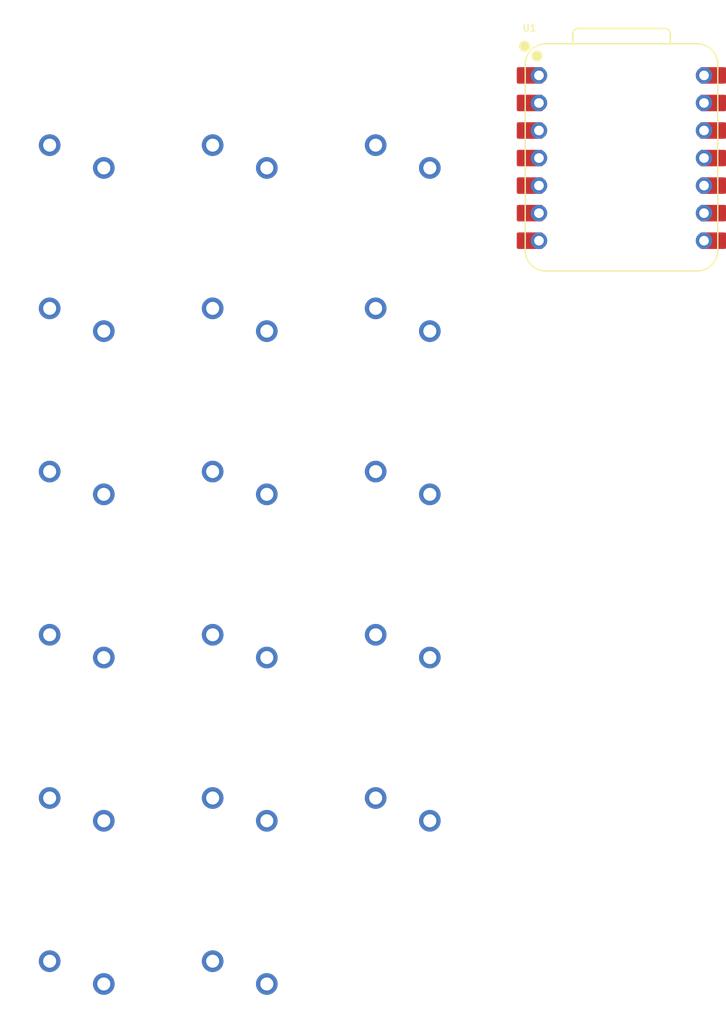
<source format=kicad_pcb>
(kicad_pcb (version 20241229) (generator "pcbnew") (generator_version "9.0")
  (layers (0 "F.Cu" signal) (2 "B.Cu" signal) (13 "F.Paste" user) (15 "B.Paste" user) (5 "F.SilkS" user "F.Silkscreen") (7 "B.SilkS" user "B.Silkscreen") (1 "F.Mask" user) (3 "B.Mask" user) (25 "Edge.Cuts" user))
  (net 0 "")
  (footprint "PCM_marbastlib-choc:SW_choc_v1_1u" (layer "F.Cu") (at 92.084 73.9905)
    (property "Reference" "SW4" (hide yes))
    (property "Value" "SW_Push")
    (pad "" np_thru_hole circle (at -5.5 0 180) (size 1.7 1.7) (drill 1.7) (layers "*.Cu" "*.Mask"))
    (pad "" np_thru_hole circle (at 0 0 180) (size 3.4 3.4) (drill 3.4) (layers "*.Cu" "*.Mask"))
    (pad "" np_thru_hole circle (at 5.5 0 180) (size 1.7 1.7) (drill 1.7) (layers "*.Cu" "*.Mask"))
    (pad "1" thru_hole circle (at -5 3.8 180) (size 2 2) (drill 1.2) (layers "*.Cu" "B.Mask"))
    (pad "2" thru_hole circle (at 0 5.9 180) (size 2 2) (drill 1.2) (layers "*.Cu" "B.Mask"))
  )
  (footprint "PCM_marbastlib-choc:SW_choc_v1_1u" (layer "F.Cu") (at 92.084 58.9405)
    (property "Reference" "SW3" (hide yes))
    (property "Value" "SW_Push")
    (pad "" np_thru_hole circle (at -5.5 0 180) (size 1.7 1.7) (drill 1.7) (layers "*.Cu" "*.Mask"))
    (pad "" np_thru_hole circle (at 0 0 180) (size 3.4 3.4) (drill 3.4) (layers "*.Cu" "*.Mask"))
    (pad "" np_thru_hole circle (at 5.5 0 180) (size 1.7 1.7) (drill 1.7) (layers "*.Cu" "*.Mask"))
    (pad "1" thru_hole circle (at -5 3.8 180) (size 2 2) (drill 1.2) (layers "*.Cu" "B.Mask"))
    (pad "2" thru_hole circle (at 0 5.9 180) (size 2 2) (drill 1.2) (layers "*.Cu" "B.Mask"))
  )
  (footprint "PCM_marbastlib-choc:SW_choc_v1_1u" (layer "F.Cu") (at 122.184 43.8905)
    (property "Reference" "SW17" (hide yes))
    (property "Value" "SW_Push")
    (pad "" np_thru_hole circle (at -5.5 0 180) (size 1.7 1.7) (drill 1.7) (layers "*.Cu" "*.Mask"))
    (pad "" np_thru_hole circle (at 0 0 180) (size 3.4 3.4) (drill 3.4) (layers "*.Cu" "*.Mask"))
    (pad "" np_thru_hole circle (at 5.5 0 180) (size 1.7 1.7) (drill 1.7) (layers "*.Cu" "*.Mask"))
    (pad "1" thru_hole circle (at -5 3.8 180) (size 2 2) (drill 1.2) (layers "*.Cu" "B.Mask"))
    (pad "2" thru_hole circle (at 0 5.9 180) (size 2 2) (drill 1.2) (layers "*.Cu" "B.Mask"))
  )
  (footprint "PCM_marbastlib-choc:SW_choc_v1_1u" (layer "F.Cu") (at 107.134 89.0405)
    (property "Reference" "SW12" (hide yes))
    (property "Value" "SW_Push")
    (pad "" np_thru_hole circle (at -5.5 0 180) (size 1.7 1.7) (drill 1.7) (layers "*.Cu" "*.Mask"))
    (pad "" np_thru_hole circle (at 0 0 180) (size 3.4 3.4) (drill 3.4) (layers "*.Cu" "*.Mask"))
    (pad "" np_thru_hole circle (at 5.5 0 180) (size 1.7 1.7) (drill 1.7) (layers "*.Cu" "*.Mask"))
    (pad "1" thru_hole circle (at -5 3.8 180) (size 2 2) (drill 1.2) (layers "*.Cu" "B.Mask"))
    (pad "2" thru_hole circle (at 0 5.9 180) (size 2 2) (drill 1.2) (layers "*.Cu" "B.Mask"))
  )
  (footprint "PCM_marbastlib-choc:SW_choc_v1_1u" (layer "F.Cu") (at 122.184 89.0405)
    (property "Reference" "SW20" (hide yes))
    (property "Value" "SW_Push")
    (pad "" np_thru_hole circle (at -5.5 0 180) (size 1.7 1.7) (drill 1.7) (layers "*.Cu" "*.Mask"))
    (pad "" np_thru_hole circle (at 0 0 180) (size 3.4 3.4) (drill 3.4) (layers "*.Cu" "*.Mask"))
    (pad "" np_thru_hole circle (at 5.5 0 180) (size 1.7 1.7) (drill 1.7) (layers "*.Cu" "*.Mask"))
    (pad "1" thru_hole circle (at -5 3.8 180) (size 2 2) (drill 1.2) (layers "*.Cu" "B.Mask"))
    (pad "2" thru_hole circle (at 0 5.9 180) (size 2 2) (drill 1.2) (layers "*.Cu" "B.Mask"))
  )
  (footprint "PCM_marbastlib-choc:SW_choc_v1_1u" (layer "F.Cu") (at 92.084 119.1405)
    (property "Reference" "SW7" (hide yes))
    (property "Value" "SW_Push")
    (pad "" np_thru_hole circle (at -5.5 0 180) (size 1.7 1.7) (drill 1.7) (layers "*.Cu" "*.Mask"))
    (pad "" np_thru_hole circle (at 0 0 180) (size 3.4 3.4) (drill 3.4) (layers "*.Cu" "*.Mask"))
    (pad "" np_thru_hole circle (at 5.5 0 180) (size 1.7 1.7) (drill 1.7) (layers "*.Cu" "*.Mask"))
    (pad "1" thru_hole circle (at -5 3.8 180) (size 2 2) (drill 1.2) (layers "*.Cu" "B.Mask"))
    (pad "2" thru_hole circle (at 0 5.9 180) (size 2 2) (drill 1.2) (layers "*.Cu" "B.Mask"))
  )
  (footprint "PCM_marbastlib-choc:SW_choc_v1_1u" (layer "F.Cu") (at 122.184 73.9905)
    (property "Reference" "SW19" (hide yes))
    (property "Value" "SW_Push")
    (pad "" np_thru_hole circle (at -5.5 0 180) (size 1.7 1.7) (drill 1.7) (layers "*.Cu" "*.Mask"))
    (pad "" np_thru_hole circle (at 0 0 180) (size 3.4 3.4) (drill 3.4) (layers "*.Cu" "*.Mask"))
    (pad "" np_thru_hole circle (at 5.5 0 180) (size 1.7 1.7) (drill 1.7) (layers "*.Cu" "*.Mask"))
    (pad "1" thru_hole circle (at -5 3.8 180) (size 2 2) (drill 1.2) (layers "*.Cu" "B.Mask"))
    (pad "2" thru_hole circle (at 0 5.9 180) (size 2 2) (drill 1.2) (layers "*.Cu" "B.Mask"))
  )
  (footprint "PCM_marbastlib-choc:SW_choc_v1_1u" (layer "F.Cu") (at 92.084 43.8905)
    (property "Reference" "SW1" (hide yes))
    (property "Value" "SW_Push")
    (pad "" np_thru_hole circle (at -5.5 0 180) (size 1.7 1.7) (drill 1.7) (layers "*.Cu" "*.Mask"))
    (pad "" np_thru_hole circle (at 0 0 180) (size 3.4 3.4) (drill 3.4) (layers "*.Cu" "*.Mask"))
    (pad "" np_thru_hole circle (at 5.5 0 180) (size 1.7 1.7) (drill 1.7) (layers "*.Cu" "*.Mask"))
    (pad "1" thru_hole circle (at -5 3.8 180) (size 2 2) (drill 1.2) (layers "*.Cu" "B.Mask"))
    (pad "2" thru_hole circle (at 0 5.9 180) (size 2 2) (drill 1.2) (layers "*.Cu" "B.Mask"))
  )
  (footprint "PCM_marbastlib-choc:SW_choc_v1_1u" (layer "F.Cu") (at 107.134 43.8905)
    (property "Reference" "SW8" (hide yes))
    (property "Value" "SW_Push")
    (pad "" np_thru_hole circle (at -5.5 0 180) (size 1.7 1.7) (drill 1.7) (layers "*.Cu" "*.Mask"))
    (pad "" np_thru_hole circle (at 0 0 180) (size 3.4 3.4) (drill 3.4) (layers "*.Cu" "*.Mask"))
    (pad "" np_thru_hole circle (at 5.5 0 180) (size 1.7 1.7) (drill 1.7) (layers "*.Cu" "*.Mask"))
    (pad "1" thru_hole circle (at -5 3.8 180) (size 2 2) (drill 1.2) (layers "*.Cu" "B.Mask"))
    (pad "2" thru_hole circle (at 0 5.9 180) (size 2 2) (drill 1.2) (layers "*.Cu" "B.Mask"))
  )
  (footprint "PCM_marbastlib-choc:SW_choc_v1_1u" (layer "F.Cu") (at 122.184 104.0905)
    (property "Reference" "SW21" (hide yes))
    (property "Value" "SW_Push")
    (pad "" np_thru_hole circle (at -5.5 0 180) (size 1.7 1.7) (drill 1.7) (layers "*.Cu" "*.Mask"))
    (pad "" np_thru_hole circle (at 0 0 180) (size 3.4 3.4) (drill 3.4) (layers "*.Cu" "*.Mask"))
    (pad "" np_thru_hole circle (at 5.5 0 180) (size 1.7 1.7) (drill 1.7) (layers "*.Cu" "*.Mask"))
    (pad "1" thru_hole circle (at -5 3.8 180) (size 2 2) (drill 1.2) (layers "*.Cu" "B.Mask"))
    (pad "2" thru_hole circle (at 0 5.9 180) (size 2 2) (drill 1.2) (layers "*.Cu" "B.Mask"))
  )
  (footprint "PCM_marbastlib-choc:SW_choc_v1_1u" (layer "F.Cu") (at 92.084 89.0405)
    (property "Reference" "SW5" (hide yes))
    (property "Value" "SW_Push")
    (pad "" np_thru_hole circle (at -5.5 0 180) (size 1.7 1.7) (drill 1.7) (layers "*.Cu" "*.Mask"))
    (pad "" np_thru_hole circle (at 0 0 180) (size 3.4 3.4) (drill 3.4) (layers "*.Cu" "*.Mask"))
    (pad "" np_thru_hole circle (at 5.5 0 180) (size 1.7 1.7) (drill 1.7) (layers "*.Cu" "*.Mask"))
    (pad "1" thru_hole circle (at -5 3.8 180) (size 2 2) (drill 1.2) (layers "*.Cu" "B.Mask"))
    (pad "2" thru_hole circle (at 0 5.9 180) (size 2 2) (drill 1.2) (layers "*.Cu" "B.Mask"))
  )
  (footprint "PCM_marbastlib-choc:SW_choc_v1_1u" (layer "F.Cu") (at 107.134 119.1405)
    (property "Reference" "SW14" (hide yes))
    (property "Value" "SW_Push")
    (pad "" np_thru_hole circle (at -5.5 0 180) (size 1.7 1.7) (drill 1.7) (layers "*.Cu" "*.Mask"))
    (pad "" np_thru_hole circle (at 0 0 180) (size 3.4 3.4) (drill 3.4) (layers "*.Cu" "*.Mask"))
    (pad "" np_thru_hole circle (at 5.5 0 180) (size 1.7 1.7) (drill 1.7) (layers "*.Cu" "*.Mask"))
    (pad "1" thru_hole circle (at -5 3.8 180) (size 2 2) (drill 1.2) (layers "*.Cu" "B.Mask"))
    (pad "2" thru_hole circle (at 0 5.9 180) (size 2 2) (drill 1.2) (layers "*.Cu" "B.Mask"))
  )
  (footprint "PCM_marbastlib-choc:SW_choc_v1_1u" (layer "F.Cu") (at 107.134 104.0905)
    (property "Reference" "SW13" (hide yes))
    (property "Value" "SW_Push")
    (pad "" np_thru_hole circle (at -5.5 0 180) (size 1.7 1.7) (drill 1.7) (layers "*.Cu" "*.Mask"))
    (pad "" np_thru_hole circle (at 0 0 180) (size 3.4 3.4) (drill 3.4) (layers "*.Cu" "*.Mask"))
    (pad "" np_thru_hole circle (at 5.5 0 180) (size 1.7 1.7) (drill 1.7) (layers "*.Cu" "*.Mask"))
    (pad "1" thru_hole circle (at -5 3.8 180) (size 2 2) (drill 1.2) (layers "*.Cu" "B.Mask"))
    (pad "2" thru_hole circle (at 0 5.9 180) (size 2 2) (drill 1.2) (layers "*.Cu" "B.Mask"))
  )
  (footprint "Seeed Studio XIAO Series Library:XIAO-RP2040-DIP" (layer "F.Cu") (at 139.88 48.88)
    (property "Reference" "U1" (at -8.5 -12 0) (layer "F.SilkS") (effects (font (size 0.635 0.635) (thickness 0.1016))))
    (property "Value" "MOUDLE-SEEEDUINO-XIAO")
    (fp_line (start -8.89 8.509) (end -8.89 -8.636) (stroke (width 0.127)) (layer "F.SilkS"))
    (fp_line (start -6.985 10.414) (end 6.985 10.414) (stroke (width 0.127)) (layer "F.SilkS"))
    (fp_line (start -4.495 -10.541) (end -4.491272 -11.451272) (stroke (width 0.127)) (layer "F.SilkS"))
    (fp_line (start -3.991272 -11.951) (end 4.004 -11.951) (stroke (width 0.127)) (layer "F.SilkS"))
    (fp_line (start 4.504 -11.451) (end 4.504 -10.541) (stroke (width 0.127)) (layer "F.SilkS"))
    (fp_line (start 6.985 -10.541) (end -6.985 -10.541) (stroke (width 0.1)) (layer "F.SilkS"))
    (fp_line (start 6.985 -10.541) (end -6.985 -10.541) (stroke (width 0.127)) (layer "F.SilkS"))
    (fp_line (start 8.89 8.509) (end 8.89 -8.636) (stroke (width 0.127)) (layer "F.SilkS"))
    (fp_arc (start -8.89 -8.636) (mid -8.332038 -9.983038) (end -6.985 -10.541) (stroke (width 0.127)) (layer "F.SilkS"))
    (fp_arc (start -6.985 10.414) (mid -8.332038 9.856038) (end -8.89 8.509) (stroke (width 0.127)) (layer "F.SilkS"))
    (fp_arc (start -4.491272 -11.451272) (mid -4.344728 -11.80464) (end -3.991272 -11.951) (stroke (width 0.127)) (layer "F.SilkS"))
    (fp_arc (start 4.004 -11.951) (mid 4.357553 -11.804553) (end 4.504 -11.451) (stroke (width 0.127)) (layer "F.SilkS"))
    (fp_arc (start 6.985 -10.541) (mid 8.332038 -9.983038) (end 8.89 -8.636) (stroke (width 0.127)) (layer "F.SilkS"))
    (fp_arc (start 8.89 8.509) (mid 8.332038 9.856038) (end 6.985 10.414) (stroke (width 0.127)) (layer "F.SilkS"))
    (fp_circle (center -8.95 -10.3) (end -8.95 -10.554) (stroke (width 0.5)) (fill yes) (layer "F.SilkS"))
    (fp_circle (center -7.807 -9.42) (end -7.807 -9.674) (stroke (width 0.5)) (fill yes) (layer "F.SilkS"))
    (pad "1" smd roundrect (at -8.455 -7.62 180) (size 2.432 1.524) (layers "F.Cu" "F.Mask") (roundrect_rratio 0.1))
    (pad "1" thru_hole circle (at -7.62 -7.62 180) (size 1.524 1.524) (drill 0.889) (layers "*.Cu" "*.Mask"))
    (pad "2" smd roundrect (at -8.455 -5.08 180) (size 2.432 1.524) (layers "F.Cu" "F.Mask") (roundrect_rratio 0.1))
    (pad "2" thru_hole circle (at -7.62 -5.08 180) (size 1.524 1.524) (drill 0.889) (layers "*.Cu" "*.Mask"))
    (pad "3" smd roundrect (at -8.455 -2.54 180) (size 2.432 1.524) (layers "F.Cu" "F.Mask") (roundrect_rratio 0.1))
    (pad "3" thru_hole circle (at -7.62 -2.54 180) (size 1.524 1.524) (drill 0.889) (layers "*.Cu" "*.Mask"))
    (pad "4" smd roundrect (at -8.455 0 180) (size 2.432 1.524) (layers "F.Cu" "F.Mask") (roundrect_rratio 0.1))
    (pad "4" thru_hole circle (at -7.62 0 180) (size 1.524 1.524) (drill 0.889) (layers "*.Cu" "*.Mask"))
    (pad "5" smd roundrect (at -8.455 2.54 180) (size 2.432 1.524) (layers "F.Cu" "F.Mask") (roundrect_rratio 0.1))
    (pad "5" thru_hole circle (at -7.62 2.54 180) (size 1.524 1.524) (drill 0.889) (layers "*.Cu" "*.Mask"))
    (pad "6" smd roundrect (at -8.455 5.08 180) (size 2.432 1.524) (layers "F.Cu" "F.Mask") (roundrect_rratio 0.1))
    (pad "6" thru_hole circle (at -7.62 5.08 180) (size 1.524 1.524) (drill 0.889) (layers "*.Cu" "*.Mask"))
    (pad "7" smd roundrect (at -8.455 7.62 180) (size 2.432 1.524) (layers "F.Cu" "F.Mask") (roundrect_rratio 0.1))
    (pad "7" thru_hole circle (at -7.62 7.62 180) (size 1.524 1.524) (drill 0.889) (layers "*.Cu" "*.Mask"))
    (pad "8" thru_hole circle (at 7.62 7.62) (size 1.524 1.524) (drill 0.889) (layers "*.Cu" "*.Mask"))
    (pad "8" smd roundrect (at 8.455 7.62) (size 2.432 1.524) (layers "F.Cu" "F.Mask") (roundrect_rratio 0.1))
    (pad "9" thru_hole circle (at 7.62 5.08) (size 1.524 1.524) (drill 0.889) (layers "*.Cu" "*.Mask"))
    (pad "9" smd roundrect (at 8.455 5.08) (size 2.432 1.524) (layers "F.Cu" "F.Mask") (roundrect_rratio 0.1))
    (pad "10" thru_hole circle (at 7.62 2.54) (size 1.524 1.524) (drill 0.889) (layers "*.Cu" "*.Mask"))
    (pad "10" smd roundrect (at 8.455 2.54) (size 2.432 1.524) (layers "F.Cu" "F.Mask") (roundrect_rratio 0.1))
    (pad "11" thru_hole circle (at 7.62 0) (size 1.524 1.524) (drill 0.889) (layers "*.Cu" "*.Mask"))
    (pad "11" smd roundrect (at 8.455 0) (size 2.432 1.524) (layers "F.Cu" "F.Mask") (roundrect_rratio 0.1))
    (pad "12" thru_hole circle (at 7.62 -2.54) (size 1.524 1.524) (drill 0.889) (layers "*.Cu" "*.Mask"))
    (pad "12" smd roundrect (at 8.455 -2.54) (size 2.432 1.524) (layers "F.Cu" "F.Mask") (roundrect_rratio 0.1))
    (pad "13" thru_hole circle (at 7.62 -5.08) (size 1.524 1.524) (drill 0.889) (layers "*.Cu" "*.Mask"))
    (pad "13" smd roundrect (at 8.455 -5.08) (size 2.432 1.524) (layers "F.Cu" "F.Mask") (roundrect_rratio 0.1))
    (pad "14" thru_hole circle (at 7.62 -7.62) (size 1.524 1.524) (drill 0.889) (layers "*.Cu" "*.Mask"))
    (pad "14" smd roundrect (at 8.455 -7.62) (size 2.432 1.524) (layers "F.Cu" "F.Mask") (roundrect_rratio 0.1))
  )
  (footprint "PCM_marbastlib-choc:SW_choc_v1_1u" (layer "F.Cu") (at 107.134 58.9405)
    (property "Reference" "SW10" (hide yes))
    (property "Value" "SW_Push")
    (pad "" np_thru_hole circle (at -5.5 0 180) (size 1.7 1.7) (drill 1.7) (layers "*.Cu" "*.Mask"))
    (pad "" np_thru_hole circle (at 0 0 180) (size 3.4 3.4) (drill 3.4) (layers "*.Cu" "*.Mask"))
    (pad "" np_thru_hole circle (at 5.5 0 180) (size 1.7 1.7) (drill 1.7) (layers "*.Cu" "*.Mask"))
    (pad "1" thru_hole circle (at -5 3.8 180) (size 2 2) (drill 1.2) (layers "*.Cu" "B.Mask"))
    (pad "2" thru_hole circle (at 0 5.9 180) (size 2 2) (drill 1.2) (layers "*.Cu" "B.Mask"))
  )
  (footprint "PCM_marbastlib-choc:SW_choc_v1_1u" (layer "F.Cu") (at 107.134 73.9905)
    (property "Reference" "SW11" (hide yes))
    (property "Value" "SW_Push")
    (pad "" np_thru_hole circle (at -5.5 0 180) (size 1.7 1.7) (drill 1.7) (layers "*.Cu" "*.Mask"))
    (pad "" np_thru_hole circle (at 0 0 180) (size 3.4 3.4) (drill 3.4) (layers "*.Cu" "*.Mask"))
    (pad "" np_thru_hole circle (at 5.5 0 180) (size 1.7 1.7) (drill 1.7) (layers "*.Cu" "*.Mask"))
    (pad "1" thru_hole circle (at -5 3.8 180) (size 2 2) (drill 1.2) (layers "*.Cu" "B.Mask"))
    (pad "2" thru_hole circle (at 0 5.9 180) (size 2 2) (drill 1.2) (layers "*.Cu" "B.Mask"))
  )
  (footprint "PCM_marbastlib-choc:SW_choc_v1_1u" (layer "F.Cu") (at 122.184 58.9405)
    (property "Reference" "SW18" (hide yes))
    (property "Value" "SW_Push")
    (pad "" np_thru_hole circle (at -5.5 0 180) (size 1.7 1.7) (drill 1.7) (layers "*.Cu" "*.Mask"))
    (pad "" np_thru_hole circle (at 0 0 180) (size 3.4 3.4) (drill 3.4) (layers "*.Cu" "*.Mask"))
    (pad "" np_thru_hole circle (at 5.5 0 180) (size 1.7 1.7) (drill 1.7) (layers "*.Cu" "*.Mask"))
    (pad "1" thru_hole circle (at -5 3.8 180) (size 2 2) (drill 1.2) (layers "*.Cu" "B.Mask"))
    (pad "2" thru_hole circle (at 0 5.9 180) (size 2 2) (drill 1.2) (layers "*.Cu" "B.Mask"))
  )
  (footprint "PCM_marbastlib-choc:SW_choc_v1_1u" (layer "F.Cu") (at 92.084 104.0905)
    (property "Reference" "SW6" (hide yes))
    (property "Value" "SW_Push")
    (pad "" np_thru_hole circle (at -5.5 0 180) (size 1.7 1.7) (drill 1.7) (layers "*.Cu" "*.Mask"))
    (pad "" np_thru_hole circle (at 0 0 180) (size 3.4 3.4) (drill 3.4) (layers "*.Cu" "*.Mask"))
    (pad "" np_thru_hole circle (at 5.5 0 180) (size 1.7 1.7) (drill 1.7) (layers "*.Cu" "*.Mask"))
    (pad "1" thru_hole circle (at -5 3.8 180) (size 2 2) (drill 1.2) (layers "*.Cu" "B.Mask"))
    (pad "2" thru_hole circle (at 0 5.9 180) (size 2 2) (drill 1.2) (layers "*.Cu" "B.Mask"))
  )
)
</source>
